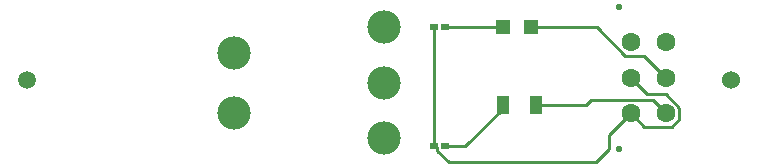
<source format=gtl>
G04*
G04 #@! TF.GenerationSoftware,Altium Limited,Altium Designer,21.6.4 (81)*
G04*
G04 Layer_Physical_Order=1*
G04 Layer_Color=255*
%FSLAX25Y25*%
%MOIN*%
G70*
G04*
G04 #@! TF.SameCoordinates,40B795BF-6EDD-478F-B4CC-B7A9BF3E8EBB*
G04*
G04*
G04 #@! TF.FilePolarity,Positive*
G04*
G01*
G75*
%ADD13C,0.01000*%
%ADD14R,0.04528X0.04528*%
%ADD15R,0.04331X0.06496*%
%ADD16R,0.02756X0.01968*%
%ADD24C,0.06319*%
%ADD25C,0.02106*%
%ADD26C,0.06000*%
%ADD27C,0.05984*%
%ADD28C,0.11100*%
D13*
X661689Y157878D02*
X666136Y153431D01*
X677947Y156036D02*
Y159720D01*
X675342Y153431D02*
X677947Y156036D01*
X673471Y164196D02*
X677947Y159720D01*
X667182Y164196D02*
X673471D01*
X666136Y153431D02*
X675342D01*
X661689Y169689D02*
X667182Y164196D01*
X669053Y162325D02*
X673500Y157878D01*
X648621Y162325D02*
X669053D01*
X630221Y160500D02*
X646796D01*
X648621Y162325D01*
X654595Y150784D02*
X661689Y157878D01*
X596228Y147000D02*
Y186500D01*
X650400D02*
X659847Y177053D01*
X628532Y186500D02*
X650400D01*
X659847Y177053D02*
X666136D01*
X673500Y169689D01*
X654595Y146095D02*
Y150784D01*
X650000Y141500D02*
X654595Y146095D01*
X601089Y141500D02*
X650000D01*
X597106Y145483D02*
Y146516D01*
Y145483D02*
X601089Y141500D01*
X596228Y147000D02*
X596622D01*
X597106Y146516D01*
X606583Y147000D02*
X619000Y159417D01*
Y160500D01*
X599772Y147000D02*
X606583D01*
X599772Y186500D02*
X619279D01*
D14*
D03*
X628532D02*
D03*
D15*
X630221Y160500D02*
D03*
X619000D02*
D03*
D16*
X599772Y186500D02*
D03*
X596228D02*
D03*
X599772Y147000D02*
D03*
X596228D02*
D03*
D24*
X673500Y157878D02*
D03*
Y169689D02*
D03*
Y181500D02*
D03*
X661689Y157878D02*
D03*
Y169689D02*
D03*
Y181500D02*
D03*
D25*
X657988Y146067D02*
D03*
Y193311D02*
D03*
D26*
X695000Y169000D02*
D03*
D27*
X460500D02*
D03*
D28*
X579500Y168000D02*
D03*
Y149500D02*
D03*
Y186500D02*
D03*
X529500Y178000D02*
D03*
Y158000D02*
D03*
M02*

</source>
